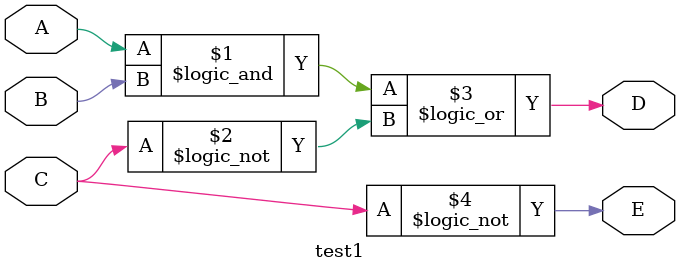
<source format=v>
`timescale 1ns / 1ps
module test1(A, B, C, D, E);  //This is the circuit module
    input A, B, C;
    output D, E;
    assign D = (A && B) || (!C);
    assign E = (!C);
endmodule

</source>
